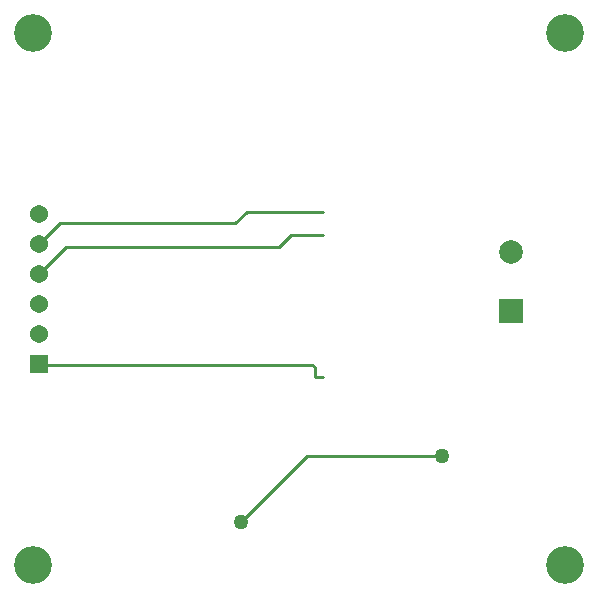
<source format=gbl>
G04 Layer_Physical_Order=2*
G04 Layer_Color=16711680*
%FSLAX25Y25*%
%MOIN*%
G70*
G01*
G75*
%ADD23C,0.01000*%
%ADD26R,0.06063X0.06063*%
%ADD27C,0.06063*%
%ADD28C,0.07874*%
%ADD29R,0.07874X0.07874*%
%ADD30C,0.12598*%
%ADD31C,0.05000*%
D23*
X120079Y225039D02*
X126939Y231900D01*
X185300D01*
X189260Y235860D01*
X214604D01*
X120079Y215039D02*
X129039Y224000D01*
X200100D01*
X204160Y228060D01*
X214604D01*
X120079Y185039D02*
X120236Y184882D01*
X211200D01*
X212000Y184082D01*
Y180760D02*
X214704D01*
X187300Y132300D02*
X209300Y154300D01*
X254300D01*
X212000Y180760D02*
Y184082D01*
D26*
X120079Y185039D02*
D03*
D27*
Y195039D02*
D03*
Y205039D02*
D03*
Y215039D02*
D03*
Y225039D02*
D03*
Y235039D02*
D03*
D28*
X277362Y222441D02*
D03*
D29*
Y202756D02*
D03*
D30*
X118110Y295276D02*
D03*
Y118110D02*
D03*
X295276D02*
D03*
Y295276D02*
D03*
D31*
X187300Y132300D02*
D03*
X254300Y154300D02*
D03*
M02*

</source>
